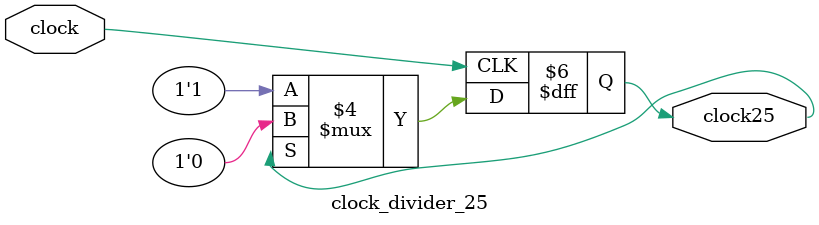
<source format=v>
module clock_divider_25 (
	input clock,
	output clock25
);

//clock divider
always @ (posedge clock) 
begin
	if (clock25 == 1'b0)
	begin
		clock25 <= 1'b1;
	end
	else
	begin
		clock25 <= 1'b0;
	end
end

endmodule
</source>
